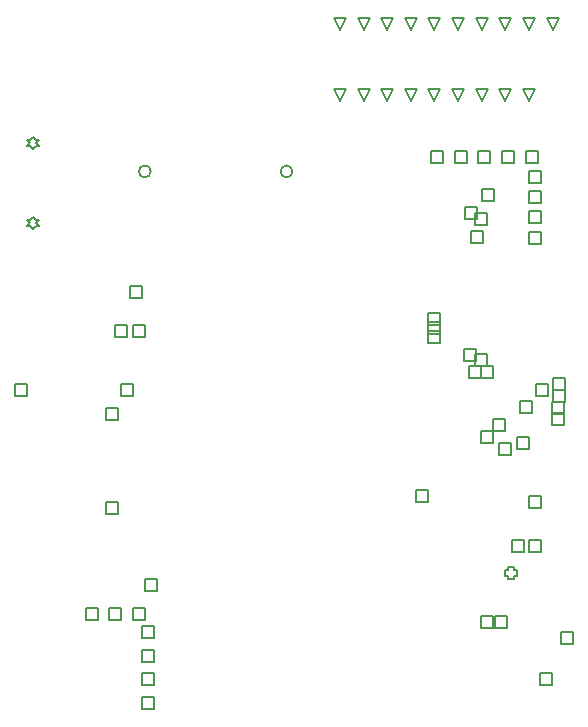
<source format=gbr>
G04*
G04 #@! TF.GenerationSoftware,Altium Limited,Altium Designer,25.8.1 (18)*
G04*
G04 Layer_Color=2752767*
%FSLAX25Y25*%
%MOIN*%
G70*
G04*
G04 #@! TF.SameCoordinates,A86E57CF-C6E6-4710-AEDF-4A901DF70E31*
G04*
G04*
G04 #@! TF.FilePolarity,Positive*
G04*
G01*
G75*
%ADD16C,0.00500*%
%ADD79C,0.00667*%
D16*
X7874Y163748D02*
X8874Y164748D01*
X9874D01*
X8874Y165748D01*
X9874Y166748D01*
X8874D01*
X7874Y167748D01*
X6874Y166748D01*
X5874D01*
X6874Y165748D01*
X5874Y164748D01*
X6874D01*
X7874Y163748D01*
Y190520D02*
X8874Y191520D01*
X9874D01*
X8874Y192520D01*
X9874Y193520D01*
X8874D01*
X7874Y194520D01*
X6874Y193520D01*
X5874D01*
X6874Y192520D01*
X5874Y191520D01*
X6874D01*
X7874Y190520D01*
X153512Y114142D02*
Y118142D01*
X157512D01*
Y114142D01*
X153512D01*
X166323Y48213D02*
Y47213D01*
X168323D01*
Y48213D01*
X169323D01*
Y50213D01*
X168323D01*
Y51213D01*
X166323D01*
Y50213D01*
X165323D01*
Y48213D01*
X166323D01*
X184024Y25559D02*
Y29559D01*
X188024D01*
Y25559D01*
X184024D01*
X135795Y72803D02*
Y76803D01*
X139795D01*
Y72803D01*
X135795D01*
X44260Y27528D02*
Y31528D01*
X48260D01*
Y27528D01*
X44260D01*
Y19654D02*
Y23653D01*
X48260D01*
Y19654D01*
X44260D01*
Y11779D02*
Y15779D01*
X48260D01*
Y11779D01*
X44260D01*
Y3906D02*
Y7905D01*
X48260D01*
Y3906D01*
X44260D01*
X41307Y33433D02*
Y37433D01*
X45307D01*
Y33433D01*
X41307D01*
X33433D02*
Y37433D01*
X37433D01*
Y33433D01*
X33433D01*
X25559D02*
Y37433D01*
X29559D01*
Y33433D01*
X25559D01*
X172213Y185992D02*
Y189992D01*
X176213D01*
Y185992D01*
X172213D01*
X164339D02*
Y189992D01*
X168339D01*
Y185992D01*
X164339D01*
X156465D02*
Y189992D01*
X160465D01*
Y185992D01*
X156465D01*
X148591D02*
Y189992D01*
X152591D01*
Y185992D01*
X148591D01*
X140717D02*
Y189992D01*
X144717D01*
Y185992D01*
X140717D01*
X173197Y179271D02*
Y183271D01*
X177197D01*
Y179271D01*
X173197D01*
Y172522D02*
Y176522D01*
X177197D01*
Y172522D01*
X173197D01*
Y165773D02*
Y169773D01*
X177197D01*
Y165773D01*
X173197D01*
Y159024D02*
Y163024D01*
X177197D01*
Y159024D01*
X173197D01*
X157449Y114142D02*
Y118142D01*
X161449D01*
Y114142D01*
X157449D01*
X35402Y127921D02*
Y131921D01*
X39402D01*
Y127921D01*
X35402D01*
X41307D02*
Y131921D01*
X45307D01*
Y127921D01*
X41307D01*
X175559Y108138D02*
Y112138D01*
X179559D01*
Y108138D01*
X175559D01*
X139732Y128905D02*
Y132905D01*
X143732D01*
Y128905D01*
X139732D01*
X32449Y68866D02*
Y72866D01*
X36449D01*
Y68866D01*
X32449D01*
Y100362D02*
Y104362D01*
X36449D01*
Y100362D01*
X32449D01*
X181465Y110106D02*
Y114106D01*
X185465D01*
Y110106D01*
X181465D01*
X139732Y131858D02*
Y135858D01*
X143732D01*
Y131858D01*
X139732D01*
X151543Y120047D02*
Y124047D01*
X155543D01*
Y120047D01*
X151543D01*
X40323Y140717D02*
Y144717D01*
X44323D01*
Y140717D01*
X40323D01*
X110331Y206661D02*
X108331Y210661D01*
X112331D01*
X110331Y206661D01*
Y230283D02*
X108331Y234283D01*
X112331D01*
X110331Y230283D01*
X118205Y206661D02*
X116205Y210661D01*
X120205D01*
X118205Y206661D01*
Y230283D02*
X116205Y234283D01*
X120205D01*
X118205Y230283D01*
X126079Y206661D02*
X124079Y210661D01*
X128079D01*
X126079Y206661D01*
Y230283D02*
X124079Y234283D01*
X128079D01*
X126079Y230283D01*
X133953Y206661D02*
X131953Y210661D01*
X135953D01*
X133953Y206661D01*
Y230283D02*
X131953Y234283D01*
X135953D01*
X133953Y230283D01*
X141827Y206661D02*
X139827Y210661D01*
X143827D01*
X141827Y206661D01*
Y230283D02*
X139827Y234283D01*
X143827D01*
X141827Y230283D01*
X149701Y206661D02*
X147701Y210661D01*
X151701D01*
X149701Y206661D01*
Y230283D02*
X147701Y234283D01*
X151701D01*
X149701Y230283D01*
X157575Y206661D02*
X155575Y210661D01*
X159575D01*
X157575Y206661D01*
Y230283D02*
X155575Y234283D01*
X159575D01*
X157575Y230283D01*
X165449Y206661D02*
X163449Y210661D01*
X167449D01*
X165449Y206661D01*
Y230283D02*
X163449Y234283D01*
X167449D01*
X165449Y230283D01*
X173323D02*
X171323Y234283D01*
X175323D01*
X173323Y230283D01*
Y206661D02*
X171323Y210661D01*
X175323D01*
X173323Y206661D01*
X181197Y230283D02*
X179197Y234283D01*
X183197D01*
X181197Y230283D01*
X45244Y43276D02*
Y47276D01*
X49244D01*
Y43276D01*
X45244D01*
X181071Y102331D02*
Y106331D01*
X185071D01*
Y102331D01*
X181071D01*
X161969Y30917D02*
Y34916D01*
X165969D01*
Y30917D01*
X161969D01*
X161386Y96425D02*
Y100425D01*
X165386D01*
Y96425D01*
X161386D01*
X181465Y106169D02*
Y110169D01*
X185465D01*
Y106169D01*
X181465D01*
X139732Y125953D02*
Y129953D01*
X143732D01*
Y125953D01*
X139732D01*
X1937Y108236D02*
Y112236D01*
X5937D01*
Y108236D01*
X1937D01*
X37370D02*
Y112236D01*
X41370D01*
Y108236D01*
X37370D01*
X155480Y118079D02*
Y122079D01*
X159480D01*
Y118079D01*
X155480D01*
Y165323D02*
Y169323D01*
X159480D01*
Y165323D01*
X155480D01*
X181071Y98394D02*
Y102394D01*
X185071D01*
Y98394D01*
X181071D01*
X173197Y56071D02*
Y60071D01*
X177197D01*
Y56071D01*
X173197D01*
X167543D02*
Y60071D01*
X171543D01*
Y56071D01*
X167543D01*
X173197Y70835D02*
Y74835D01*
X177197D01*
Y70835D01*
X173197D01*
X177134Y11779D02*
Y15779D01*
X181134D01*
Y11779D01*
X177134D01*
X153905Y159319D02*
Y163319D01*
X157905D01*
Y159319D01*
X153905D01*
X157369Y31016D02*
Y35017D01*
X161369D01*
Y31016D01*
X157369D01*
X157449Y92488D02*
Y96488D01*
X161449D01*
Y92488D01*
X157449D01*
X151937Y167193D02*
Y171193D01*
X155937D01*
Y167193D01*
X151937D01*
X169260Y90520D02*
Y94520D01*
X173260D01*
Y90520D01*
X169260D01*
X157843Y173098D02*
Y177098D01*
X161843D01*
Y173098D01*
X157843D01*
X170244Y102528D02*
Y106528D01*
X174244D01*
Y102528D01*
X170244D01*
X163354Y88551D02*
Y92551D01*
X167354D01*
Y88551D01*
X163354D01*
D79*
X94520Y183071D02*
G03*
X94520Y183071I-2000J0D01*
G01*
X47276D02*
G03*
X47276Y183071I-2000J0D01*
G01*
M02*

</source>
